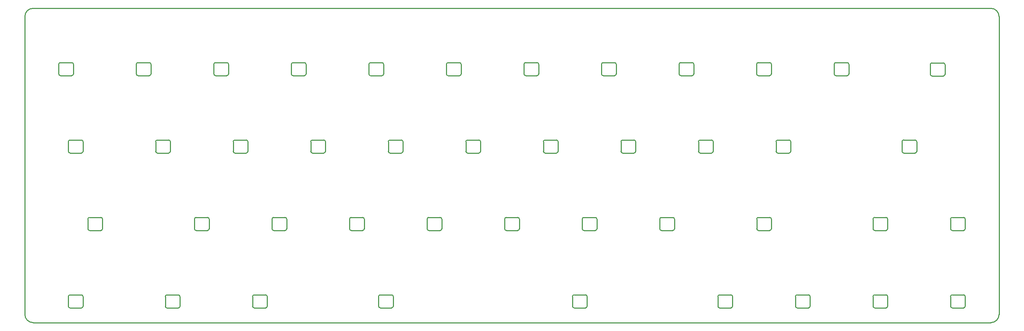
<source format=gko>
G04 Layer: BoardOutlineLayer*
G04 EasyEDA v6.5.42, 2024-05-12 21:06:32*
G04 fdf4e44396eb4d6a93e1883587b5baf6,156c37ef0924441e834bf69462bb4c55,10*
G04 Gerber Generator version 0.2*
G04 Scale: 100 percent, Rotated: No, Reflected: No *
G04 Dimensions in millimeters *
G04 leading zeros omitted , absolute positions ,4 integer and 5 decimal *
%FSLAX45Y45*%
%MOMM*%

%ADD10C,0.2540*%
D10*
X145498Y2275994D02*
G01*
X145498Y9608980D01*
X23874953Y2075995D02*
G01*
X345498Y2075995D01*
X345498Y9808979D02*
G01*
X23874953Y9808979D01*
X24074950Y9608980D02*
G01*
X24074950Y2275994D01*
G75*
G01*
X345498Y2075995D02*
G02*
X145499Y2275995I0J200000D01*
G75*
G01*
X24074951Y2275997D02*
G02*
X23874951Y2075995I-200000J-2D01*
G75*
G01*
X23874954Y9808980D02*
G02*
X24074951Y9608980I-3J-200000D01*
G75*
G01*
X145499Y9608980D02*
G02*
X345498Y9808980I199999J0D01*
G75*
G01*
X976213Y8194558D02*
G03*
X1016211Y8154561I40000J3D01*
X1016210Y8154560D02*
G01*
X1016210Y8154576D01*
X1016210Y8154576D02*
G01*
X1296205Y8154576D01*
G75*
G01*
X1296205Y8154576D02*
G03*
X1296843Y8154563I1116J39984D01*
X1296842Y8154563D02*
G01*
X1296842Y8154563D01*
G75*
G01*
X1296843Y8154563D02*
G03*
X1336210Y8194558I-633J39995D01*
G75*
G01*
X1336210Y8194558D02*
G03*
X1336210Y8194545I40000J-6D01*
X1336210Y8194545D02*
G01*
X1336210Y8194583D01*
X1336210Y8194583D02*
G01*
X1336210Y8434590D01*
G75*
G01*
X1336210Y8434591D02*
G03*
X1296205Y8474591I-40000J0D01*
X1296205Y8474590D02*
G01*
X1016210Y8474590D01*
X1016210Y8474590D02*
G01*
X1016210Y8474608D01*
G75*
G01*
X1016211Y8474608D02*
G03*
X976213Y8434608I2J-40000D01*
X976213Y8434608D02*
G01*
X976213Y8194558D01*
X976213Y8194558D02*
G01*
X976213Y8194558D01*
G75*
G01*
X2881493Y8194457D02*
G03*
X2921490Y8154459I40000J2D01*
X2921490Y8154459D02*
G01*
X2921490Y8154474D01*
X2921490Y8154474D02*
G01*
X3201484Y8154474D01*
G75*
G01*
X3201485Y8154474D02*
G03*
X3202122Y8154462I1115J39985D01*
X3202122Y8154461D02*
G01*
X3202122Y8154461D01*
G75*
G01*
X3202122Y8154462D02*
G03*
X3241490Y8194457I-632J39995D01*
G75*
G01*
X3241490Y8194457D02*
G03*
X3241490Y8194444I39999J-7D01*
X3241489Y8194443D02*
G01*
X3241489Y8194481D01*
X3241489Y8194481D02*
G01*
X3241489Y8434489D01*
G75*
G01*
X3241490Y8434489D02*
G03*
X3201485Y8474489I-40000J0D01*
X3201484Y8474489D02*
G01*
X2921490Y8474489D01*
X2921490Y8474489D02*
G01*
X2921490Y8474506D01*
G75*
G01*
X2921490Y8474507D02*
G03*
X2881493Y8434507I3J-40000D01*
X2881492Y8434506D02*
G01*
X2881492Y8194456D01*
X2881492Y8194456D02*
G01*
X2881492Y8194456D01*
G75*
G01*
X4786490Y8194457D02*
G03*
X4826488Y8154459I40000J2D01*
X4826487Y8154459D02*
G01*
X4826487Y8154474D01*
X4826487Y8154474D02*
G01*
X5106482Y8154474D01*
G75*
G01*
X5106482Y8154474D02*
G03*
X5107120Y8154462I1115J39985D01*
X5107119Y8154461D02*
G01*
X5107119Y8154461D01*
G75*
G01*
X5107120Y8154462D02*
G03*
X5146487Y8194457I-633J39995D01*
G75*
G01*
X5146487Y8194457D02*
G03*
X5146487Y8194444I40000J-7D01*
X5146487Y8194443D02*
G01*
X5146487Y8194481D01*
X5146487Y8194481D02*
G01*
X5146487Y8434489D01*
G75*
G01*
X5146487Y8434489D02*
G03*
X5106482Y8474489I-40000J0D01*
X5106482Y8474489D02*
G01*
X4826487Y8474489D01*
X4826487Y8474489D02*
G01*
X4826487Y8474506D01*
G75*
G01*
X4826488Y8474507D02*
G03*
X4786490Y8434507I2J-40000D01*
X4786490Y8434506D02*
G01*
X4786490Y8194456D01*
X4786490Y8194456D02*
G01*
X4786490Y8194456D01*
G75*
G01*
X6690990Y8193463D02*
G03*
X6730987Y8153466I40000J3D01*
X6730987Y8153466D02*
G01*
X6730987Y8153481D01*
X6730987Y8153481D02*
G01*
X7010981Y8153481D01*
G75*
G01*
X7010982Y8153481D02*
G03*
X7011619Y8153469I1115J39985D01*
X7011619Y8153468D02*
G01*
X7011619Y8153468D01*
G75*
G01*
X7011619Y8153469D02*
G03*
X7050987Y8193463I-632J39994D01*
G75*
G01*
X7050987Y8193463D02*
G03*
X7050987Y8193451I40000J-6D01*
X7050986Y8193450D02*
G01*
X7050986Y8193488D01*
X7050986Y8193488D02*
G01*
X7050986Y8433495D01*
G75*
G01*
X7050987Y8433496D02*
G03*
X7010982Y8473496I-40000J0D01*
X7010981Y8473495D02*
G01*
X6730987Y8473495D01*
X6730987Y8473495D02*
G01*
X6730987Y8473513D01*
G75*
G01*
X6730987Y8473514D02*
G03*
X6690990Y8433514I3J-40000D01*
X6690989Y8433513D02*
G01*
X6690989Y8193463D01*
X6690989Y8193463D02*
G01*
X6690989Y8193463D01*
G75*
G01*
X8596483Y8192958D02*
G03*
X8636480Y8152961I40000J2D01*
X8636480Y8152960D02*
G01*
X8636480Y8152975D01*
X8636480Y8152975D02*
G01*
X8916474Y8152975D01*
G75*
G01*
X8916474Y8152976D02*
G03*
X8917112Y8152963I1116J39984D01*
X8917111Y8152963D02*
G01*
X8917111Y8152963D01*
G75*
G01*
X8917112Y8152963D02*
G03*
X8956479Y8192958I-632J39995D01*
G75*
G01*
X8956479Y8192958D02*
G03*
X8956479Y8192945I40000J-6D01*
X8956479Y8192945D02*
G01*
X8956479Y8192983D01*
X8956479Y8192983D02*
G01*
X8956479Y8432990D01*
G75*
G01*
X8956479Y8432991D02*
G03*
X8916474Y8472990I-40000J0D01*
X8916474Y8472990D02*
G01*
X8636480Y8472990D01*
X8636480Y8472990D02*
G01*
X8636480Y8473008D01*
G75*
G01*
X8636480Y8473008D02*
G03*
X8596483Y8433008I3J-40000D01*
X8596482Y8433008D02*
G01*
X8596482Y8192957D01*
X8596482Y8192957D02*
G01*
X8596482Y8192957D01*
G75*
G01*
X10501478Y8192958D02*
G03*
X10541475Y8152961I40000J2D01*
X10541474Y8152960D02*
G01*
X10541474Y8152975D01*
X10541474Y8152975D02*
G01*
X10821469Y8152975D01*
G75*
G01*
X10821469Y8152976D02*
G03*
X10822107Y8152963I1116J39984D01*
X10822106Y8152963D02*
G01*
X10822106Y8152963D01*
G75*
G01*
X10822107Y8152963D02*
G03*
X10861474Y8192958I-633J39995D01*
G75*
G01*
X10861474Y8192958D02*
G03*
X10861474Y8192945I40000J-6D01*
X10861474Y8192945D02*
G01*
X10861474Y8192983D01*
X10861474Y8192983D02*
G01*
X10861474Y8432990D01*
G75*
G01*
X10861474Y8432991D02*
G03*
X10821469Y8472990I-40000J0D01*
X10821469Y8472990D02*
G01*
X10541474Y8472990D01*
X10541474Y8472990D02*
G01*
X10541474Y8473008D01*
G75*
G01*
X10541475Y8473008D02*
G03*
X10501478Y8433008I3J-40000D01*
X10501477Y8433008D02*
G01*
X10501477Y8192957D01*
X10501477Y8192957D02*
G01*
X10501477Y8192957D01*
G75*
G01*
X12405977Y8194965D02*
G03*
X12445975Y8154967I40000J2D01*
X12445974Y8154967D02*
G01*
X12445974Y8154982D01*
X12445974Y8154982D02*
G01*
X12725968Y8154982D01*
G75*
G01*
X12725969Y8154982D02*
G03*
X12726606Y8154970I1115J39985D01*
X12726606Y8154969D02*
G01*
X12726606Y8154969D01*
G75*
G01*
X12726606Y8154970D02*
G03*
X12765974Y8194965I-632J39995D01*
G75*
G01*
X12765974Y8194965D02*
G03*
X12765974Y8194952I40000J-7D01*
X12765973Y8194951D02*
G01*
X12765973Y8194989D01*
X12765973Y8194989D02*
G01*
X12765973Y8434997D01*
G75*
G01*
X12765974Y8434997D02*
G03*
X12725969Y8474997I-40000J0D01*
X12725968Y8474997D02*
G01*
X12445974Y8474997D01*
X12445974Y8474997D02*
G01*
X12445974Y8475014D01*
G75*
G01*
X12445975Y8475015D02*
G03*
X12405977Y8435015I2J-40000D01*
X12405977Y8435014D02*
G01*
X12405977Y8194964D01*
X12405977Y8194964D02*
G01*
X12405977Y8194964D01*
G75*
G01*
X14310479Y8193938D02*
G03*
X14350477Y8153941I40000J3D01*
X14350476Y8153941D02*
G01*
X14350476Y8153956D01*
X14350476Y8153956D02*
G01*
X14630471Y8153956D01*
G75*
G01*
X14630471Y8153956D02*
G03*
X14631109Y8153944I1116J39985D01*
X14631108Y8153943D02*
G01*
X14631108Y8153943D01*
G75*
G01*
X14631109Y8153944D02*
G03*
X14670476Y8193938I-633J39994D01*
G75*
G01*
X14670476Y8193938D02*
G03*
X14670476Y8193926I40000J-6D01*
X14670476Y8193925D02*
G01*
X14670476Y8193963D01*
X14670476Y8193963D02*
G01*
X14670476Y8433970D01*
G75*
G01*
X14670476Y8433971D02*
G03*
X14630471Y8473971I-40000J0D01*
X14630471Y8473970D02*
G01*
X14350476Y8473970D01*
X14350476Y8473970D02*
G01*
X14350476Y8473988D01*
G75*
G01*
X14350477Y8473989D02*
G03*
X14310479Y8433989I2J-40000D01*
X14310479Y8433988D02*
G01*
X14310479Y8193938D01*
X14310479Y8193938D02*
G01*
X14310479Y8193938D01*
G75*
G01*
X16215970Y8194965D02*
G03*
X16255967Y8154967I40000J2D01*
X16255966Y8154967D02*
G01*
X16255966Y8154982D01*
X16255966Y8154982D02*
G01*
X16535961Y8154982D01*
G75*
G01*
X16535961Y8154982D02*
G03*
X16536599Y8154970I1116J39985D01*
X16536598Y8154969D02*
G01*
X16536598Y8154969D01*
G75*
G01*
X16536599Y8154970D02*
G03*
X16575966Y8194965I-633J39995D01*
G75*
G01*
X16575966Y8194965D02*
G03*
X16575966Y8194952I40000J-7D01*
X16575966Y8194951D02*
G01*
X16575966Y8194989D01*
X16575966Y8194989D02*
G01*
X16575966Y8434997D01*
G75*
G01*
X16575966Y8434997D02*
G03*
X16535961Y8474997I-40000J0D01*
X16535961Y8474997D02*
G01*
X16255966Y8474997D01*
X16255966Y8474997D02*
G01*
X16255966Y8475014D01*
G75*
G01*
X16255967Y8475015D02*
G03*
X16215970Y8435015I3J-40000D01*
X16215969Y8435014D02*
G01*
X16215969Y8194964D01*
X16215969Y8194964D02*
G01*
X16215969Y8194964D01*
G75*
G01*
X18120967Y8194965D02*
G03*
X18160964Y8154967I40000J2D01*
X18160964Y8154967D02*
G01*
X18160964Y8154982D01*
X18160964Y8154982D02*
G01*
X18440958Y8154982D01*
G75*
G01*
X18440959Y8154982D02*
G03*
X18441596Y8154970I1115J39985D01*
X18441596Y8154969D02*
G01*
X18441596Y8154969D01*
G75*
G01*
X18441596Y8154970D02*
G03*
X18480964Y8194965I-632J39995D01*
G75*
G01*
X18480964Y8194965D02*
G03*
X18480964Y8194952I40000J-7D01*
X18480963Y8194951D02*
G01*
X18480963Y8194989D01*
X18480963Y8194989D02*
G01*
X18480963Y8434997D01*
G75*
G01*
X18480964Y8434997D02*
G03*
X18440959Y8474997I-40000J0D01*
X18440958Y8474997D02*
G01*
X18160964Y8474997D01*
X18160964Y8474997D02*
G01*
X18160964Y8475014D01*
G75*
G01*
X18160964Y8475015D02*
G03*
X18120967Y8435015I3J-40000D01*
X18120967Y8435014D02*
G01*
X18120967Y8194964D01*
X18120967Y8194964D02*
G01*
X18120967Y8194964D01*
G75*
G01*
X20025469Y8193936D02*
G03*
X20065467Y8153938I40000J2D01*
X20065466Y8153938D02*
G01*
X20065466Y8153953D01*
X20065466Y8153953D02*
G01*
X20345460Y8153953D01*
G75*
G01*
X20345461Y8153954D02*
G03*
X20346099Y8153941I1115J39984D01*
X20346098Y8153941D02*
G01*
X20346098Y8153941D01*
G75*
G01*
X20346099Y8153941D02*
G03*
X20385466Y8193936I-633J39995D01*
G75*
G01*
X20385466Y8193936D02*
G03*
X20385466Y8193923I40000J-6D01*
X20385465Y8193923D02*
G01*
X20385465Y8193961D01*
X20385465Y8193961D02*
G01*
X20385465Y8433968D01*
G75*
G01*
X20385466Y8433968D02*
G03*
X20345461Y8473968I-40000J0D01*
X20345460Y8473968D02*
G01*
X20065466Y8473968D01*
X20065466Y8473968D02*
G01*
X20065466Y8473986D01*
G75*
G01*
X20065467Y8473986D02*
G03*
X20025469Y8433986I2J-40000D01*
X20025469Y8433986D02*
G01*
X20025469Y8193935D01*
X20025469Y8193935D02*
G01*
X20025469Y8193935D01*
G75*
G01*
X22386460Y8185955D02*
G03*
X22426458Y8145958I40000J3D01*
X22426457Y8145957D02*
G01*
X22426457Y8145973D01*
X22426457Y8145973D02*
G01*
X22706451Y8145973D01*
G75*
G01*
X22706452Y8145973D02*
G03*
X22707089Y8145960I1115J39984D01*
X22707089Y8145960D02*
G01*
X22707089Y8145960D01*
G75*
G01*
X22707089Y8145960D02*
G03*
X22746457Y8185955I-632J39995D01*
G75*
G01*
X22746457Y8185955D02*
G03*
X22746457Y8185942I40000J-6D01*
X22746456Y8185942D02*
G01*
X22746456Y8185980D01*
X22746456Y8185980D02*
G01*
X22746456Y8425987D01*
G75*
G01*
X22746457Y8425988D02*
G03*
X22706452Y8465988I-40000J0D01*
X22706451Y8465987D02*
G01*
X22426457Y8465987D01*
X22426457Y8465987D02*
G01*
X22426457Y8466005D01*
G75*
G01*
X22426458Y8466005D02*
G03*
X22386460Y8426006I2J-39999D01*
X22386460Y8426005D02*
G01*
X22386460Y8185955D01*
X22386460Y8185955D02*
G01*
X22386460Y8185955D01*
G75*
G01*
X1213495Y6289462D02*
G03*
X1253493Y6249464I40000J2D01*
X1253492Y6249464D02*
G01*
X1253492Y6249479D01*
X1253492Y6249479D02*
G01*
X1533486Y6249479D01*
G75*
G01*
X1533487Y6249480D02*
G03*
X1534124Y6249467I1115J39984D01*
X1534124Y6249466D02*
G01*
X1534124Y6249466D01*
G75*
G01*
X1534124Y6249467D02*
G03*
X1573492Y6289462I-632J39995D01*
G75*
G01*
X1573492Y6289462D02*
G03*
X1573492Y6289449I40000J-7D01*
X1573491Y6289448D02*
G01*
X1573491Y6289487D01*
X1573491Y6289487D02*
G01*
X1573491Y6529494D01*
G75*
G01*
X1573492Y6529494D02*
G03*
X1533487Y6569494I-40000J0D01*
X1533486Y6569494D02*
G01*
X1253492Y6569494D01*
X1253492Y6569494D02*
G01*
X1253492Y6569511D01*
G75*
G01*
X1253493Y6569512D02*
G03*
X1213495Y6529512I2J-40000D01*
X1213495Y6529511D02*
G01*
X1213495Y6289461D01*
X1213495Y6289461D02*
G01*
X1213495Y6289461D01*
G75*
G01*
X3357024Y6289446D02*
G03*
X3397019Y6249449I40000J3D01*
X3397018Y6249449D02*
G01*
X3397018Y6249466D01*
X3397018Y6249466D02*
G01*
X3677013Y6249466D01*
G75*
G01*
X3677013Y6249467D02*
G03*
X3677653Y6249449I1431J39974D01*
X3677653Y6249449D02*
G01*
X3677653Y6249449D01*
G75*
G01*
X3677653Y6249449D02*
G03*
X3717021Y6289446I-632J39995D01*
G75*
G01*
X3717021Y6289446D02*
G03*
X3717021Y6289434I40000J-6D01*
X3717020Y6289433D02*
G01*
X3717020Y6289474D01*
X3717020Y6289474D02*
G01*
X3717020Y6529478D01*
G75*
G01*
X3717021Y6529479D02*
G03*
X3677013Y6569479I-40000J0D01*
X3677013Y6569478D02*
G01*
X3397018Y6569478D01*
X3397018Y6569478D02*
G01*
X3397018Y6569496D01*
G75*
G01*
X3397019Y6569497D02*
G03*
X3357024Y6529494I5J-40000D01*
X3357024Y6529494D02*
G01*
X3357024Y6289446D01*
X3357024Y6289446D02*
G01*
X3357024Y6289446D01*
G75*
G01*
X5262019Y6289451D02*
G03*
X5302016Y6249449I40000J-2D01*
X5302016Y6249449D02*
G01*
X5302016Y6249456D01*
X5302016Y6249456D02*
G01*
X5582010Y6249456D01*
G75*
G01*
X5582011Y6249457D02*
G03*
X5582648Y6249449I796J39992D01*
X5582648Y6249449D02*
G01*
X5582648Y6249449D01*
G75*
G01*
X5582648Y6249449D02*
G03*
X5622016Y6289451I-632J39995D01*
G75*
G01*
X5622016Y6289451D02*
G03*
X5622016Y6289434I40000J-8D01*
X5622015Y6289433D02*
G01*
X5622015Y6289474D01*
X5622015Y6289474D02*
G01*
X5622015Y6529484D01*
G75*
G01*
X5622016Y6529484D02*
G03*
X5582011Y6569479I-40000J-5D01*
X5582010Y6569478D02*
G01*
X5302016Y6569478D01*
X5302016Y6569478D02*
G01*
X5302016Y6569496D01*
G75*
G01*
X5302016Y6569497D02*
G03*
X5262019Y6529497I3J-40000D01*
X5262018Y6529496D02*
G01*
X5262018Y6289451D01*
X5262018Y6289451D02*
G01*
X5262018Y6289451D01*
G75*
G01*
X7167014Y6289444D02*
G03*
X7207011Y6249449I40000J5D01*
X7207011Y6249449D02*
G01*
X7207011Y6249461D01*
X7207011Y6249461D02*
G01*
X7487005Y6249461D01*
G75*
G01*
X7487006Y6249462D02*
G03*
X7487643Y6249449I1115J39984D01*
X7487643Y6249449D02*
G01*
X7487643Y6249449D01*
G75*
G01*
X7487643Y6249449D02*
G03*
X7527011Y6289444I-632J39995D01*
G75*
G01*
X7527011Y6289444D02*
G03*
X7527011Y6289434I40000J-5D01*
X7527010Y6289433D02*
G01*
X7527010Y6289469D01*
X7527010Y6289469D02*
G01*
X7527010Y6529476D01*
G75*
G01*
X7527011Y6529476D02*
G03*
X7487006Y6569479I-40000J3D01*
X7487005Y6569478D02*
G01*
X7207011Y6569478D01*
X7207011Y6569478D02*
G01*
X7207011Y6569496D01*
G75*
G01*
X7207011Y6569497D02*
G03*
X7167014Y6529494I3J-40000D01*
X7167013Y6529494D02*
G01*
X7167013Y6289443D01*
X7167013Y6289443D02*
G01*
X7167013Y6289443D01*
G75*
G01*
X9072014Y6289451D02*
G03*
X9112011Y6249449I40000J-2D01*
X9112011Y6249449D02*
G01*
X9112011Y6249466D01*
X9112011Y6249466D02*
G01*
X9392010Y6249466D01*
G75*
G01*
X9392011Y6249467D02*
G03*
X9392643Y6249457I958J39988D01*
X9392643Y6249456D02*
G01*
X9392643Y6249456D01*
G75*
G01*
X9392643Y6249457D02*
G03*
X9432011Y6289451I-632J39995D01*
G75*
G01*
X9432011Y6289451D02*
G03*
X9432011Y6289434I40000J-8D01*
X9432010Y6289433D02*
G01*
X9432010Y6289474D01*
X9432010Y6289474D02*
G01*
X9432010Y6529484D01*
G75*
G01*
X9432011Y6529484D02*
G03*
X9392011Y6569479I-40000J-5D01*
X9392010Y6569478D02*
G01*
X9112011Y6569478D01*
X9112011Y6569478D02*
G01*
X9112011Y6569496D01*
G75*
G01*
X9112011Y6569497D02*
G03*
X9072014Y6529502I3J-40000D01*
X9072013Y6529501D02*
G01*
X9072013Y6289451D01*
X9072013Y6289451D02*
G01*
X9072013Y6289451D01*
G75*
G01*
X10977009Y6289446D02*
G03*
X11017006Y6249449I40000J3D01*
X11017006Y6249449D02*
G01*
X11017006Y6249464D01*
X11017006Y6249464D02*
G01*
X11297000Y6249464D01*
G75*
G01*
X11297001Y6249464D02*
G03*
X11297638Y6249452I1115J39985D01*
X11297638Y6249451D02*
G01*
X11297638Y6249451D01*
G75*
G01*
X11297638Y6249452D02*
G03*
X11337006Y6289446I-632J39994D01*
G75*
G01*
X11337006Y6289446D02*
G03*
X11337006Y6289434I39999J-6D01*
X11337005Y6289433D02*
G01*
X11337005Y6289471D01*
X11337005Y6289471D02*
G01*
X11337005Y6529478D01*
G75*
G01*
X11337006Y6529479D02*
G03*
X11297001Y6569479I-40000J0D01*
X11297000Y6569478D02*
G01*
X11017006Y6569478D01*
X11017006Y6569478D02*
G01*
X11017006Y6569496D01*
G75*
G01*
X11017006Y6569497D02*
G03*
X10977009Y6529497I3J-40000D01*
X10977008Y6529496D02*
G01*
X10977008Y6289446D01*
X10977008Y6289446D02*
G01*
X10977008Y6289446D01*
G75*
G01*
X12882004Y6289449D02*
G03*
X12922001Y6249449I40000J0D01*
X12922001Y6249449D02*
G01*
X12922001Y6249464D01*
X12922001Y6249464D02*
G01*
X13201995Y6249464D01*
G75*
G01*
X13201995Y6249464D02*
G03*
X13202633Y6249449I1275J39980D01*
X13202632Y6249449D02*
G01*
X13202632Y6249449D01*
G75*
G01*
X13202633Y6249449D02*
G03*
X13242000Y6289449I-632J39995D01*
G75*
G01*
X13242000Y6289449D02*
G03*
X13242000Y6289434I40000J-8D01*
X13242000Y6289433D02*
G01*
X13242000Y6289471D01*
X13242000Y6289471D02*
G01*
X13242000Y6529481D01*
G75*
G01*
X13242000Y6529481D02*
G03*
X13201995Y6569479I-39999J-2D01*
X13201995Y6569478D02*
G01*
X12922001Y6569478D01*
X12922001Y6569478D02*
G01*
X12922001Y6569494D01*
G75*
G01*
X12922001Y6569494D02*
G03*
X12882004Y6529499I3J-40000D01*
X12882003Y6529499D02*
G01*
X12882003Y6289448D01*
X12882003Y6289448D02*
G01*
X12882003Y6289448D01*
G75*
G01*
X14787489Y6288943D02*
G03*
X14827484Y6248946I40000J3D01*
X14827483Y6248946D02*
G01*
X14827483Y6248961D01*
X14827483Y6248961D02*
G01*
X15107480Y6248961D01*
G75*
G01*
X15107481Y6248961D02*
G03*
X15108118Y6248949I1115J39985D01*
X15108118Y6248948D02*
G01*
X15108118Y6248948D01*
G75*
G01*
X15108118Y6248949D02*
G03*
X15147488Y6288943I-630J39995D01*
G75*
G01*
X15147488Y6288943D02*
G03*
X15147488Y6288931I40000J-6D01*
X15147488Y6288930D02*
G01*
X15147488Y6288968D01*
X15147488Y6288968D02*
G01*
X15147488Y6528976D01*
G75*
G01*
X15147488Y6528976D02*
G03*
X15107481Y6568976I-40000J0D01*
X15107480Y6568975D02*
G01*
X14827483Y6568975D01*
X14827483Y6568975D02*
G01*
X14827483Y6568993D01*
G75*
G01*
X14827484Y6568994D02*
G03*
X14787489Y6528994I5J-40000D01*
X14787488Y6528993D02*
G01*
X14787488Y6288943D01*
X14787488Y6288943D02*
G01*
X14787488Y6288943D01*
G75*
G01*
X16691996Y6289449D02*
G03*
X16731993Y6249449I40000J0D01*
X16731993Y6249449D02*
G01*
X16731993Y6249466D01*
X16731993Y6249466D02*
G01*
X17011995Y6249466D01*
G75*
G01*
X17011995Y6249467D02*
G03*
X17012625Y6249454I1122J39984D01*
X17012625Y6249454D02*
G01*
X17012625Y6249454D01*
G75*
G01*
X17012625Y6249454D02*
G03*
X17051993Y6289449I-632J39995D01*
G75*
G01*
X17051993Y6289449D02*
G03*
X17051993Y6289434I40000J-8D01*
X17051992Y6289433D02*
G01*
X17051992Y6289474D01*
X17051992Y6289474D02*
G01*
X17051992Y6529481D01*
G75*
G01*
X17051993Y6529481D02*
G03*
X17011995Y6569479I-40000J-2D01*
X17011995Y6569478D02*
G01*
X16731993Y6569478D01*
X16731993Y6569478D02*
G01*
X16731993Y6569499D01*
G75*
G01*
X16731993Y6569499D02*
G03*
X16691996Y6529499I3J-40000D01*
X16691996Y6529499D02*
G01*
X16691996Y6289448D01*
X16691996Y6289448D02*
G01*
X16691996Y6289448D01*
G75*
G01*
X18596991Y6289449D02*
G03*
X18636988Y6249452I40000J2D01*
X18636988Y6249451D02*
G01*
X18636988Y6249466D01*
X18636988Y6249466D02*
G01*
X18916982Y6249466D01*
G75*
G01*
X18916983Y6249467D02*
G03*
X18917620Y6249452I1274J39979D01*
X18917620Y6249451D02*
G01*
X18917620Y6249451D01*
G75*
G01*
X18917620Y6249452D02*
G03*
X18956988Y6289449I-632J39994D01*
G75*
G01*
X18956988Y6289449D02*
G03*
X18956988Y6289434I40000J-8D01*
X18956987Y6289433D02*
G01*
X18956987Y6289474D01*
X18956987Y6289474D02*
G01*
X18956987Y6529481D01*
G75*
G01*
X18956988Y6529481D02*
G03*
X18916983Y6569479I-40000J-2D01*
X18916982Y6569478D02*
G01*
X18636988Y6569478D01*
X18636988Y6569478D02*
G01*
X18636988Y6569496D01*
G75*
G01*
X18636988Y6569497D02*
G03*
X18596991Y6529497I3J-40000D01*
X18596991Y6529496D02*
G01*
X18596991Y6289448D01*
X18596991Y6289448D02*
G01*
X18596991Y6289448D01*
G75*
G01*
X21692459Y6289939D02*
G03*
X21732453Y6249937I39999J-2D01*
X21732453Y6249936D02*
G01*
X21732453Y6249954D01*
X21732453Y6249954D02*
G01*
X22012447Y6249954D01*
G75*
G01*
X22012448Y6249954D02*
G03*
X22013088Y6249937I1430J39975D01*
X22013087Y6249936D02*
G01*
X22013087Y6249936D01*
G75*
G01*
X22013088Y6249937D02*
G03*
X22052455Y6289939I-633J39995D01*
G75*
G01*
X22052455Y6289939D02*
G03*
X22052455Y6289921I40000J-9D01*
X22052455Y6289921D02*
G01*
X22052455Y6289962D01*
X22052455Y6289962D02*
G01*
X22052455Y6529971D01*
G75*
G01*
X22052455Y6529972D02*
G03*
X22012448Y6569967I-40000J-5D01*
X22012447Y6569966D02*
G01*
X21732453Y6569966D01*
X21732453Y6569966D02*
G01*
X21732453Y6569984D01*
G75*
G01*
X21732453Y6569984D02*
G03*
X21692459Y6529982I5J-40000D01*
X21692458Y6529981D02*
G01*
X21692458Y6289939D01*
X21692458Y6289939D02*
G01*
X21692458Y6289939D01*
G75*
G01*
X1692026Y4384449D02*
G03*
X1732026Y4344454I40000J5D01*
X1732026Y4344454D02*
G01*
X1732026Y4344471D01*
X1732026Y4344471D02*
G01*
X2011989Y4344471D01*
G75*
G01*
X2011990Y4344472D02*
G03*
X2012620Y4344454I1443J39974D01*
X2012619Y4344454D02*
G01*
X2012619Y4344454D01*
G75*
G01*
X2012620Y4344454D02*
G03*
X2051987Y4384449I-633J39995D01*
G75*
G01*
X2051987Y4384449D02*
G03*
X2051987Y4384439I40000J-5D01*
X2051987Y4384438D02*
G01*
X2051987Y4384479D01*
X2051987Y4384479D02*
G01*
X2051987Y4624481D01*
G75*
G01*
X2051987Y4624481D02*
G03*
X2011990Y4664484I-40000J3D01*
X2011989Y4664483D02*
G01*
X1732026Y4664483D01*
X1732026Y4664483D02*
G01*
X1732026Y4664501D01*
G75*
G01*
X1732026Y4664502D02*
G03*
X1692026Y4624499I0J-40000D01*
X1692026Y4624499D02*
G01*
X1692026Y4384448D01*
X1692026Y4384448D02*
G01*
X1692026Y4384448D01*
G75*
G01*
X4311023Y4384454D02*
G03*
X4351020Y4344454I40000J0D01*
X4351020Y4344454D02*
G01*
X4351020Y4344471D01*
X4351020Y4344471D02*
G01*
X4631014Y4344471D01*
G75*
G01*
X4631014Y4344472D02*
G03*
X4631652Y4344459I1116J39984D01*
X4631651Y4344459D02*
G01*
X4631651Y4344459D01*
G75*
G01*
X4631652Y4344459D02*
G03*
X4671019Y4384454I-633J39995D01*
G75*
G01*
X4671019Y4384454D02*
G03*
X4671019Y4384439I40000J-8D01*
X4671019Y4384438D02*
G01*
X4671019Y4384479D01*
X4671019Y4384479D02*
G01*
X4671019Y4624486D01*
G75*
G01*
X4671019Y4624487D02*
G03*
X4631014Y4664484I-40000J-3D01*
X4631014Y4664483D02*
G01*
X4351020Y4664483D01*
X4351020Y4664483D02*
G01*
X4351020Y4664504D01*
G75*
G01*
X4351020Y4664504D02*
G03*
X4311023Y4624504I3J-40000D01*
X4311022Y4624504D02*
G01*
X4311022Y4384454D01*
X4311022Y4384454D02*
G01*
X4311022Y4384454D01*
G75*
G01*
X6216023Y4384451D02*
G03*
X6256020Y4344454I40000J3D01*
X6256020Y4344454D02*
G01*
X6256020Y4344469D01*
X6256020Y4344469D02*
G01*
X6536014Y4344469D01*
G75*
G01*
X6536014Y4344469D02*
G03*
X6536652Y4344457I1116J39985D01*
X6536651Y4344456D02*
G01*
X6536651Y4344456D01*
G75*
G01*
X6536652Y4344457D02*
G03*
X6576019Y4384451I-633J39995D01*
G75*
G01*
X6576019Y4384451D02*
G03*
X6576019Y4384439I40000J-6D01*
X6576019Y4384438D02*
G01*
X6576019Y4384476D01*
X6576019Y4384476D02*
G01*
X6576019Y4624484D01*
G75*
G01*
X6576019Y4624484D02*
G03*
X6536014Y4664484I-40000J0D01*
X6536014Y4664483D02*
G01*
X6256020Y4664483D01*
X6256020Y4664483D02*
G01*
X6256020Y4664501D01*
G75*
G01*
X6256020Y4664502D02*
G03*
X6216023Y4624502I3J-40000D01*
X6216022Y4624501D02*
G01*
X6216022Y4384451D01*
X6216022Y4384451D02*
G01*
X6216022Y4384451D01*
G75*
G01*
X8121015Y4384449D02*
G03*
X8161012Y4344454I40000J5D01*
X8161012Y4344454D02*
G01*
X8161012Y4344466D01*
X8161012Y4344466D02*
G01*
X8441006Y4344466D01*
G75*
G01*
X8441007Y4344467D02*
G03*
X8441644Y4344454I1115J39984D01*
X8441644Y4344454D02*
G01*
X8441644Y4344454D01*
G75*
G01*
X8441644Y4344454D02*
G03*
X8481012Y4384449I-632J39995D01*
G75*
G01*
X8481012Y4384449D02*
G03*
X8481012Y4384439I40000J-5D01*
X8481011Y4384438D02*
G01*
X8481011Y4384471D01*
X8481011Y4384471D02*
G01*
X8481011Y4624481D01*
G75*
G01*
X8481012Y4624481D02*
G03*
X8441007Y4664484I-40000J3D01*
X8441006Y4664483D02*
G01*
X8161012Y4664483D01*
X8161012Y4664483D02*
G01*
X8161012Y4664496D01*
G75*
G01*
X8161012Y4664497D02*
G03*
X8121015Y4624499I3J-40000D01*
X8121015Y4624499D02*
G01*
X8121015Y4384448D01*
X8121015Y4384448D02*
G01*
X8121015Y4384448D01*
G75*
G01*
X10026010Y4384451D02*
G03*
X10066005Y4344454I40000J3D01*
X10066004Y4344454D02*
G01*
X10066004Y4344469D01*
X10066004Y4344469D02*
G01*
X10345999Y4344469D01*
G75*
G01*
X10345999Y4344469D02*
G03*
X10346639Y4344457I1114J39985D01*
X10346639Y4344456D02*
G01*
X10346639Y4344456D01*
G75*
G01*
X10346639Y4344457D02*
G03*
X10386007Y4384451I-632J39995D01*
G75*
G01*
X10386007Y4384451D02*
G03*
X10386007Y4384439I40000J-6D01*
X10386006Y4384438D02*
G01*
X10386006Y4384476D01*
X10386006Y4384476D02*
G01*
X10386006Y4624484D01*
G75*
G01*
X10386007Y4624484D02*
G03*
X10345999Y4664484I-40000J0D01*
X10345999Y4664483D02*
G01*
X10066004Y4664483D01*
X10066004Y4664483D02*
G01*
X10066004Y4664501D01*
G75*
G01*
X10066005Y4664502D02*
G03*
X10026010Y4624502I5J-40000D01*
X10026009Y4624501D02*
G01*
X10026009Y4384451D01*
X10026009Y4384451D02*
G01*
X10026009Y4384451D01*
G75*
G01*
X11931007Y4384449D02*
G03*
X11971002Y4344454I40000J5D01*
X11971002Y4344454D02*
G01*
X11971002Y4344466D01*
X11971002Y4344466D02*
G01*
X12250996Y4344466D01*
G75*
G01*
X12250997Y4344467D02*
G03*
X12251637Y4344454I1113J39984D01*
X12251636Y4344454D02*
G01*
X12251636Y4344454D01*
G75*
G01*
X12251637Y4344454D02*
G03*
X12291004Y4384449I-633J39995D01*
G75*
G01*
X12291004Y4384449D02*
G03*
X12291004Y4384439I40000J-5D01*
X12291004Y4384438D02*
G01*
X12291004Y4384474D01*
X12291004Y4384474D02*
G01*
X12291004Y4624481D01*
G75*
G01*
X12291004Y4624481D02*
G03*
X12250997Y4664484I-40000J3D01*
X12250996Y4664483D02*
G01*
X11971002Y4664483D01*
X11971002Y4664483D02*
G01*
X11971002Y4664501D01*
G75*
G01*
X11971002Y4664502D02*
G03*
X11931007Y4624499I5J-40000D01*
X11931007Y4624499D02*
G01*
X11931007Y4384448D01*
X11931007Y4384448D02*
G01*
X11931007Y4384448D01*
G75*
G01*
X13836485Y4383949D02*
G03*
X13876480Y4343951I40000J2D01*
X13876479Y4343951D02*
G01*
X13876479Y4343966D01*
X13876479Y4343966D02*
G01*
X14156474Y4343966D01*
G75*
G01*
X14156474Y4343966D02*
G03*
X14157114Y4343954I1114J39985D01*
X14157114Y4343953D02*
G01*
X14157114Y4343953D01*
G75*
G01*
X14157114Y4343954D02*
G03*
X14196482Y4383949I-632J39995D01*
G75*
G01*
X14196482Y4383949D02*
G03*
X14196482Y4383936I40000J-7D01*
X14196481Y4383935D02*
G01*
X14196481Y4383973D01*
X14196481Y4383973D02*
G01*
X14196481Y4623983D01*
G75*
G01*
X14196482Y4623984D02*
G03*
X14156474Y4663981I-40000J-3D01*
X14156474Y4663981D02*
G01*
X13876479Y4663981D01*
X13876479Y4663981D02*
G01*
X13876479Y4663998D01*
G75*
G01*
X13876480Y4663999D02*
G03*
X13836485Y4623999I5J-40000D01*
X13836484Y4623998D02*
G01*
X13836484Y4383948D01*
X13836484Y4383948D02*
G01*
X13836484Y4383948D01*
G75*
G01*
X15741480Y4383949D02*
G03*
X15781477Y4343951I40000J2D01*
X15781477Y4343951D02*
G01*
X15781477Y4343966D01*
X15781477Y4343966D02*
G01*
X16061471Y4343966D01*
G75*
G01*
X16061472Y4343966D02*
G03*
X16062109Y4343954I1115J39985D01*
X16062109Y4343953D02*
G01*
X16062109Y4343953D01*
G75*
G01*
X16062109Y4343954D02*
G03*
X16101474Y4383949I-635J39995D01*
G75*
G01*
X16101474Y4383949D02*
G03*
X16101474Y4383936I40000J-7D01*
X16101474Y4383935D02*
G01*
X16101474Y4383973D01*
X16101474Y4383973D02*
G01*
X16101474Y4623981D01*
G75*
G01*
X16101474Y4623981D02*
G03*
X16061472Y4663981I-40000J0D01*
X16061471Y4663981D02*
G01*
X15781477Y4663981D01*
X15781477Y4663981D02*
G01*
X15781477Y4663998D01*
G75*
G01*
X15781477Y4663999D02*
G03*
X15741480Y4623999I3J-40000D01*
X15741479Y4623998D02*
G01*
X15741479Y4383948D01*
X15741479Y4383948D02*
G01*
X15741479Y4383948D01*
G75*
G01*
X18122483Y4384441D02*
G03*
X18162478Y4344444I40000J3D01*
X18162478Y4344443D02*
G01*
X18162478Y4344459D01*
X18162478Y4344459D02*
G01*
X18442472Y4344459D01*
G75*
G01*
X18442473Y4344459D02*
G03*
X18443113Y4344446I1113J39985D01*
X18443112Y4344446D02*
G01*
X18443112Y4344446D01*
G75*
G01*
X18443113Y4344446D02*
G03*
X18482480Y4384441I-633J39995D01*
G75*
G01*
X18482480Y4384441D02*
G03*
X18482480Y4384429I40000J-6D01*
X18482480Y4384428D02*
G01*
X18482480Y4384466D01*
X18482480Y4384466D02*
G01*
X18482480Y4624473D01*
G75*
G01*
X18482480Y4624474D02*
G03*
X18442473Y4664474I-40000J0D01*
X18442472Y4664473D02*
G01*
X18162478Y4664473D01*
X18162478Y4664473D02*
G01*
X18162478Y4664491D01*
G75*
G01*
X18162478Y4664492D02*
G03*
X18122483Y4624492I5J-40000D01*
X18122483Y4624491D02*
G01*
X18122483Y4384441D01*
X18122483Y4384441D02*
G01*
X18122483Y4384441D01*
G75*
G01*
X20978965Y4384962D02*
G03*
X21018962Y4344967I40000J5D01*
X21018962Y4344967D02*
G01*
X21018962Y4344979D01*
X21018962Y4344979D02*
G01*
X21298956Y4344979D01*
G75*
G01*
X21298957Y4344980D02*
G03*
X21299594Y4344972I796J39992D01*
X21299594Y4344972D02*
G01*
X21299594Y4344972D01*
G75*
G01*
X21299594Y4344972D02*
G03*
X21338962Y4384962I-632J39995D01*
G75*
G01*
X21338962Y4384962D02*
G03*
X21338962Y4384952I40000J-5D01*
X21338961Y4384951D02*
G01*
X21338961Y4384987D01*
X21338961Y4384987D02*
G01*
X21338961Y4624994D01*
G75*
G01*
X21338962Y4624995D02*
G03*
X21298957Y4664997I-40000J2D01*
X21298956Y4664997D02*
G01*
X21018962Y4664997D01*
X21018962Y4664997D02*
G01*
X21018962Y4665014D01*
G75*
G01*
X21018962Y4665015D02*
G03*
X20978965Y4625012I3J-40000D01*
X20978964Y4625012D02*
G01*
X20978964Y4384962D01*
X20978964Y4384962D02*
G01*
X20978964Y4384962D01*
G75*
G01*
X22883985Y4384441D02*
G03*
X22923983Y4344444I40000J3D01*
X22923982Y4344443D02*
G01*
X22923982Y4344461D01*
X22923982Y4344461D02*
G01*
X23203974Y4344461D01*
G75*
G01*
X23203974Y4344462D02*
G03*
X23204615Y4344444I1431J39974D01*
X23204614Y4344443D02*
G01*
X23204614Y4344443D01*
G75*
G01*
X23204615Y4344444D02*
G03*
X23243982Y4384441I-633J39995D01*
G75*
G01*
X23243982Y4384441D02*
G03*
X23243982Y4384429I40000J-6D01*
X23243981Y4384428D02*
G01*
X23243981Y4384469D01*
X23243981Y4384469D02*
G01*
X23243981Y4624473D01*
G75*
G01*
X23243982Y4624474D02*
G03*
X23203974Y4664474I-40000J0D01*
X23203974Y4664473D02*
G01*
X22923982Y4664473D01*
X22923982Y4664473D02*
G01*
X22923982Y4664491D01*
G75*
G01*
X22923983Y4664492D02*
G03*
X22883985Y4624489I2J-40000D01*
X22883985Y4624489D02*
G01*
X22883985Y4384441D01*
X22883985Y4384441D02*
G01*
X22883985Y4384441D01*
G75*
G01*
X1213536Y2477892D02*
G03*
X1253533Y2437895I40000J2D01*
X1253533Y2437894D02*
G01*
X1253533Y2437909D01*
X1253533Y2437909D02*
G01*
X1533527Y2437909D01*
G75*
G01*
X1533528Y2437910D02*
G03*
X1534165Y2437897I1115J39984D01*
X1534165Y2437897D02*
G01*
X1534165Y2437897D01*
G75*
G01*
X1534165Y2437897D02*
G03*
X1573533Y2477892I-632J39995D01*
G75*
G01*
X1573533Y2477892D02*
G03*
X1573533Y2477879I39999J-6D01*
X1573532Y2477879D02*
G01*
X1573532Y2477917D01*
X1573532Y2477917D02*
G01*
X1573532Y2717924D01*
G75*
G01*
X1573533Y2717924D02*
G03*
X1533528Y2757924I-40000J0D01*
X1533527Y2757924D02*
G01*
X1253533Y2757924D01*
X1253533Y2757924D02*
G01*
X1253533Y2757942D01*
G75*
G01*
X1253533Y2757942D02*
G03*
X1213536Y2717942I3J-40000D01*
X1213535Y2717942D02*
G01*
X1213535Y2477891D01*
X1213535Y2477891D02*
G01*
X1213535Y2477891D01*
G75*
G01*
X3594532Y2476944D02*
G03*
X3634527Y2436950I40000J6D01*
X3634526Y2436949D02*
G01*
X3634526Y2436959D01*
X3634526Y2436959D02*
G01*
X3914520Y2436959D01*
G75*
G01*
X3914521Y2436960D02*
G03*
X3915161Y2436950I955J39988D01*
X3915161Y2436949D02*
G01*
X3915161Y2436949D01*
G75*
G01*
X3915161Y2436950D02*
G03*
X3954529Y2476944I-632J39995D01*
G75*
G01*
X3954529Y2476944D02*
G03*
X3954529Y2476934I39999J-5D01*
X3954528Y2476934D02*
G01*
X3954528Y2476972D01*
X3954528Y2476972D02*
G01*
X3954528Y2716977D01*
G75*
G01*
X3954529Y2716977D02*
G03*
X3914521Y2756980I-40000J3D01*
X3914520Y2756979D02*
G01*
X3634526Y2756979D01*
X3634526Y2756979D02*
G01*
X3634526Y2756994D01*
G75*
G01*
X3634527Y2756995D02*
G03*
X3594532Y2716995I5J-40000D01*
X3594531Y2716994D02*
G01*
X3594531Y2476944D01*
X3594531Y2476944D02*
G01*
X3594531Y2476944D01*
G75*
G01*
X5738002Y2478844D02*
G03*
X5778002Y2438850I40000J5D01*
X5778002Y2438849D02*
G01*
X5778002Y2438862D01*
X5778002Y2438862D02*
G01*
X6057996Y2438862D01*
G75*
G01*
X6057997Y2438862D02*
G03*
X6058632Y2438850I1117J39985D01*
X6058631Y2438849D02*
G01*
X6058631Y2438849D01*
G75*
G01*
X6058632Y2438850D02*
G03*
X6097999Y2478844I-633J39994D01*
G75*
G01*
X6097999Y2478844D02*
G03*
X6097999Y2478834I40000J-5D01*
X6097998Y2478834D02*
G01*
X6097998Y2478869D01*
X6097998Y2478869D02*
G01*
X6097998Y2718876D01*
G75*
G01*
X6097999Y2718877D02*
G03*
X6057997Y2758879I-40000J3D01*
X6057996Y2758879D02*
G01*
X5778002Y2758879D01*
X5778002Y2758879D02*
G01*
X5778002Y2758897D01*
G75*
G01*
X5778002Y2758897D02*
G03*
X5738002Y2718895I0J-40000D01*
X5738002Y2718894D02*
G01*
X5738002Y2478844D01*
X5738002Y2478844D02*
G01*
X5738002Y2478844D01*
G75*
G01*
X8833498Y2479451D02*
G03*
X8873503Y2439452I40000J0D01*
X8873502Y2439451D02*
G01*
X8873502Y2439469D01*
X8873502Y2439469D02*
G01*
X9153497Y2439469D01*
G75*
G01*
X9153497Y2439469D02*
G03*
X9154127Y2439457I1121J39985D01*
X9154126Y2439456D02*
G01*
X9154126Y2439456D01*
G75*
G01*
X9154127Y2439457D02*
G03*
X9193494Y2479451I-632J39995D01*
G75*
G01*
X9193494Y2479451D02*
G03*
X9193494Y2479436I40000J-7D01*
X9193494Y2479436D02*
G01*
X9193494Y2479474D01*
X9193494Y2479474D02*
G01*
X9193494Y2719484D01*
G75*
G01*
X9193494Y2719484D02*
G03*
X9153497Y2759481I-39999J-3D01*
X9153497Y2759481D02*
G01*
X8873502Y2759481D01*
X8873502Y2759481D02*
G01*
X8873502Y2759504D01*
G75*
G01*
X8873503Y2759504D02*
G03*
X8833498Y2719502I-5J-40000D01*
X8833497Y2719501D02*
G01*
X8833497Y2479451D01*
X8833497Y2479451D02*
G01*
X8833497Y2479451D01*
G75*
G01*
X13595998Y2479454D02*
G03*
X13635995Y2439457I40000J3D01*
X13635995Y2439456D02*
G01*
X13635995Y2439471D01*
X13635995Y2439471D02*
G01*
X13915986Y2439471D01*
G75*
G01*
X13915987Y2439472D02*
G03*
X13916627Y2439459I1113J39984D01*
X13916626Y2439459D02*
G01*
X13916626Y2439459D01*
G75*
G01*
X13916627Y2439459D02*
G03*
X13955994Y2479454I-632J39995D01*
G75*
G01*
X13955994Y2479454D02*
G03*
X13955994Y2479441I40000J-6D01*
X13955994Y2479441D02*
G01*
X13955994Y2479479D01*
X13955994Y2479479D02*
G01*
X13955994Y2719486D01*
G75*
G01*
X13955994Y2719487D02*
G03*
X13915987Y2759486I-39999J0D01*
X13915986Y2759486D02*
G01*
X13635995Y2759486D01*
X13635995Y2759486D02*
G01*
X13635995Y2759504D01*
G75*
G01*
X13635995Y2759504D02*
G03*
X13595998Y2719504I3J-40000D01*
X13595997Y2719504D02*
G01*
X13595997Y2479454D01*
X13595997Y2479454D02*
G01*
X13595997Y2479454D01*
G75*
G01*
X17167997Y2479451D02*
G03*
X17207995Y2439454I40000J3D01*
X17207994Y2439454D02*
G01*
X17207994Y2439469D01*
X17207994Y2439469D02*
G01*
X17487988Y2439469D01*
G75*
G01*
X17487989Y2439469D02*
G03*
X17488626Y2439459I956J39989D01*
X17488626Y2439459D02*
G01*
X17488626Y2439459D01*
G75*
G01*
X17488626Y2439459D02*
G03*
X17527994Y2479451I-632J39995D01*
G75*
G01*
X17527994Y2479451D02*
G03*
X17527994Y2479439I40000J-6D01*
X17527993Y2479438D02*
G01*
X17527993Y2479476D01*
X17527993Y2479476D02*
G01*
X17527993Y2719484D01*
G75*
G01*
X17527994Y2719484D02*
G03*
X17487989Y2759484I-40000J0D01*
X17487988Y2759483D02*
G01*
X17207994Y2759483D01*
X17207994Y2759483D02*
G01*
X17207994Y2759501D01*
G75*
G01*
X17207995Y2759502D02*
G03*
X17167997Y2719504I2J-40000D01*
X17167997Y2719504D02*
G01*
X17167997Y2479451D01*
X17167997Y2479451D02*
G01*
X17167997Y2479451D01*
G75*
G01*
X19073480Y2479451D02*
G03*
X19113477Y2439454I40000J3D01*
X19113477Y2439454D02*
G01*
X19113477Y2439469D01*
X19113477Y2439469D02*
G01*
X19393471Y2439469D01*
G75*
G01*
X19393472Y2439469D02*
G03*
X19394109Y2439457I1115J39985D01*
X19394109Y2439456D02*
G01*
X19394109Y2439456D01*
G75*
G01*
X19394109Y2439457D02*
G03*
X19433476Y2479451I-632J39995D01*
G75*
G01*
X19433476Y2479451D02*
G03*
X19433476Y2479439I40000J-6D01*
X19433476Y2479438D02*
G01*
X19433476Y2479476D01*
X19433476Y2479476D02*
G01*
X19433476Y2719484D01*
G75*
G01*
X19433476Y2719484D02*
G03*
X19393472Y2759484I-39999J0D01*
X19393471Y2759483D02*
G01*
X19113477Y2759483D01*
X19113477Y2759483D02*
G01*
X19113477Y2759501D01*
G75*
G01*
X19113477Y2759502D02*
G03*
X19073480Y2719502I3J-40000D01*
X19073479Y2719501D02*
G01*
X19073479Y2479451D01*
X19073479Y2479451D02*
G01*
X19073479Y2479451D01*
G75*
G01*
X20978495Y2479457D02*
G03*
X21018490Y2439457I40000J0D01*
X21018489Y2439456D02*
G01*
X21018489Y2439471D01*
X21018489Y2439471D02*
G01*
X21298484Y2439471D01*
G75*
G01*
X21298484Y2439472D02*
G03*
X21299124Y2439462I955J39988D01*
X21299124Y2439461D02*
G01*
X21299124Y2439461D01*
G75*
G01*
X21299124Y2439462D02*
G03*
X21338492Y2479457I-632J39995D01*
G75*
G01*
X21338492Y2479457D02*
G03*
X21338492Y2479441I40000J-8D01*
X21338491Y2479441D02*
G01*
X21338491Y2479479D01*
X21338491Y2479479D02*
G01*
X21338491Y2719489D01*
G75*
G01*
X21338492Y2719489D02*
G03*
X21298484Y2759486I-40000J-2D01*
X21298484Y2759486D02*
G01*
X21018489Y2759486D01*
X21018489Y2759486D02*
G01*
X21018489Y2759504D01*
G75*
G01*
X21018490Y2759504D02*
G03*
X20978495Y2719507I5J-40000D01*
X20978495Y2719506D02*
G01*
X20978495Y2479456D01*
X20978495Y2479456D02*
G01*
X20978495Y2479456D01*
G75*
G01*
X22883459Y2479469D02*
G03*
X22923457Y2439474I40000J5D01*
X22923456Y2439474D02*
G01*
X22923456Y2439484D01*
X22923456Y2439484D02*
G01*
X23203451Y2439484D01*
G75*
G01*
X23203451Y2439485D02*
G03*
X23204089Y2439474I956J39988D01*
X23204088Y2439474D02*
G01*
X23204088Y2439474D01*
G75*
G01*
X23204089Y2439474D02*
G03*
X23243456Y2479469I-633J39995D01*
G75*
G01*
X23243456Y2479469D02*
G03*
X23243456Y2479459I40000J-5D01*
X23243456Y2479459D02*
G01*
X23243456Y2479492D01*
X23243456Y2479492D02*
G01*
X23243456Y2719501D01*
G75*
G01*
X23243456Y2719502D02*
G03*
X23203451Y2759504I-40000J2D01*
X23203451Y2759504D02*
G01*
X22923456Y2759504D01*
X22923456Y2759504D02*
G01*
X22923456Y2759516D01*
G75*
G01*
X22923457Y2759517D02*
G03*
X22883459Y2719520I2J-40000D01*
X22883459Y2719519D02*
G01*
X22883459Y2479469D01*
X22883459Y2479469D02*
G01*
X22883459Y2479469D01*

%LPD*%
M02*

</source>
